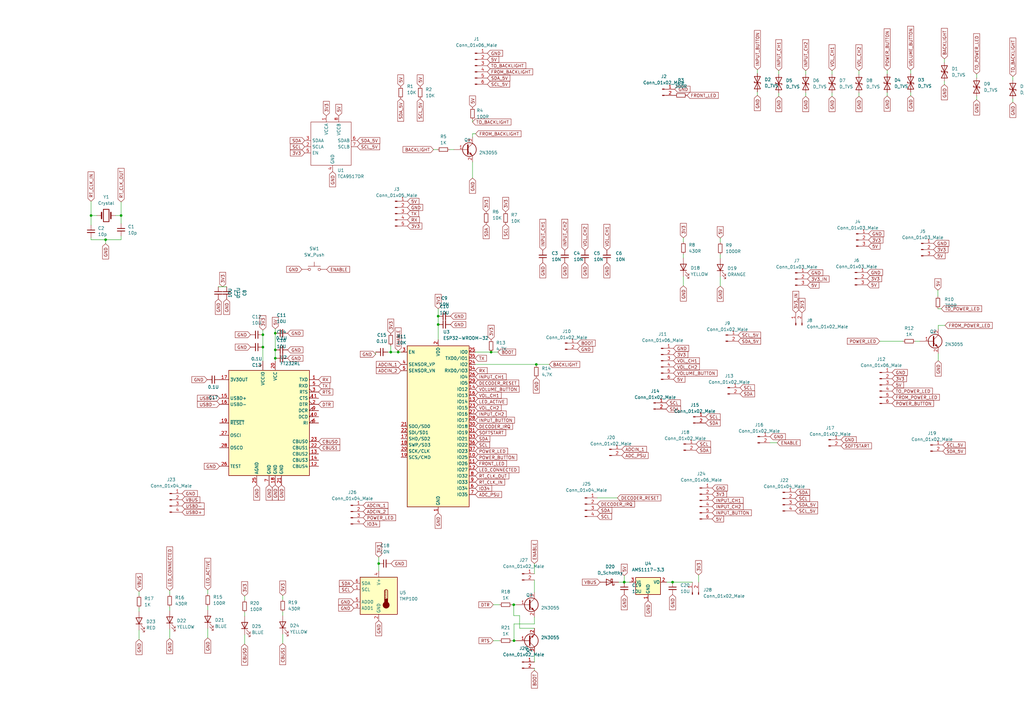
<source format=kicad_sch>
(kicad_sch (version 20211123) (generator eeschema)
  (paper "A3")
  (junction (at 201.422 144.399))
  (junction (at 179.705 129.667))
  (junction (at 210.82 262.763))
  (junction (at 112.903 146.939))
  (junction (at 107.823 137.287))
  (junction (at 160.274 144.399))
  (junction (at 155.321 231.14))
  (junction (at 163.322 144.399))
  (junction (at 219.964 149.479))
  (junction (at 179.705 133.096))
  (junction (at 43.307 98.298))
  (junction (at 49.657 88.392))
  (junction (at 107.823 142.367))
  (junction (at 112.903 143.51))
  (junction (at 112.903 136.652))
  (junction (at 210.693 248.031))
  (junction (at 275.844 238.76))
  (junction (at 256.032 238.76))
  (junction (at 37.338 88.392))
  (wire (pts (xy 256.032 236.093) (xy 256.032 238.76)))
  (wire (pts (xy 115.951 263.906) (xy 115.951 260.096)))
  (wire (pts (xy 428.244 41.783) (xy 428.244 40.386)))
  (wire (pts (xy 441.325 65.786) (xy 441.325 67.31)))
  (wire (pts (xy 213.106 257.683) (xy 213.106 252.476)))
  (wire (pts (xy 160.274 144.399) (xy 163.322 144.399)))
  (wire (pts (xy 352.298 28.956) (xy 352.298 30.48)))
  (wire (pts (xy 275.844 238.76) (xy 283.972 238.76)))
  (wire (pts (xy 179.705 126.619) (xy 179.705 129.667)))
  (wire (pts (xy 341.249 39.497) (xy 341.249 38.1)))
  (wire (pts (xy 155.321 228.473) (xy 155.321 231.14)))
  (wire (pts (xy 400.558 30.353) (xy 400.558 31.877)))
  (wire (pts (xy 37.338 97.409) (xy 37.338 98.298)))
  (wire (pts (xy 49.657 96.774) (xy 49.657 98.298)))
  (wire (pts (xy 450.85 31.75) (xy 450.85 33.274)))
  (wire (pts (xy 100.33 246.126) (xy 100.33 244.475)))
  (wire (pts (xy 112.903 136.652) (xy 112.903 143.51)))
  (wire (pts (xy 193.802 50.038) (xy 193.802 49.149)))
  (wire (pts (xy 387.35 34.671) (xy 387.35 33.274)))
  (wire (pts (xy 384.81 145.034) (xy 384.81 147.955)))
  (wire (pts (xy 37.338 88.392) (xy 39.751 88.392)))
  (wire (pts (xy 384.683 118.999) (xy 384.683 121.539)))
  (wire (pts (xy 92.964 117.602) (xy 89.535 117.602)))
  (wire (pts (xy 219.202 231.14) (xy 219.202 235.331)))
  (wire (pts (xy 107.823 137.287) (xy 107.823 142.367)))
  (wire (pts (xy 219.964 149.86) (xy 219.964 149.479)))
  (wire (pts (xy 115.951 252.476) (xy 115.951 250.952)))
  (wire (pts (xy 225.298 149.479) (xy 219.964 149.479)))
  (wire (pts (xy 193.802 66.421) (xy 193.802 73.025)))
  (wire (pts (xy 85.217 261.62) (xy 85.217 257.81)))
  (wire (pts (xy 387.35 24.13) (xy 387.35 25.654)))
  (wire (pts (xy 100.33 264.16) (xy 100.33 260.35)))
  (wire (pts (xy 280.289 99.187) (xy 280.289 97.536)))
  (wire (pts (xy 100.33 252.73) (xy 100.33 251.206)))
  (wire (pts (xy 219.202 255.905) (xy 210.82 255.905)))
  (wire (pts (xy 219.202 237.871) (xy 219.202 242.951)))
  (wire (pts (xy 43.307 99.949) (xy 43.307 98.298)))
  (wire (pts (xy 155.321 231.14) (xy 155.321 234.188)))
  (wire (pts (xy 69.596 250.444) (xy 69.596 248.92)))
  (wire (pts (xy 384.81 133.477) (xy 384.81 134.874)))
  (wire (pts (xy 209.931 248.031) (xy 210.693 248.031)))
  (wire (pts (xy 258.191 238.76) (xy 256.032 238.76)))
  (wire (pts (xy 43.307 98.298) (xy 37.338 98.298)))
  (wire (pts (xy 49.657 91.694) (xy 49.657 88.392)))
  (wire (pts (xy 107.823 135.382) (xy 107.823 137.287)))
  (wire (pts (xy 193.802 56.261) (xy 193.802 54.864)))
  (wire (pts (xy 210.693 248.031) (xy 211.582 248.031)))
  (wire (pts (xy 85.217 243.586) (xy 85.217 241.935)))
  (wire (pts (xy 373.507 39.243) (xy 373.507 37.846)))
  (wire (pts (xy 159.131 144.399) (xy 160.274 144.399)))
  (wire (pts (xy 37.338 88.392) (xy 37.338 82.55)))
  (wire (pts (xy 465.963 76.581) (xy 465.963 75.184)))
  (wire (pts (xy 415.417 31.369) (xy 415.417 32.893)))
  (wire (pts (xy 115.951 245.872) (xy 115.951 244.221)))
  (wire (pts (xy 286.512 235.839) (xy 286.512 238.76)))
  (wire (pts (xy 352.298 39.497) (xy 352.298 38.1)))
  (wire (pts (xy 112.903 143.51) (xy 112.903 146.939)))
  (wire (pts (xy 219.964 149.479) (xy 194.945 149.479)))
  (wire (pts (xy 179.705 133.096) (xy 179.705 139.319)))
  (wire (pts (xy 373.507 28.702) (xy 373.507 30.226)))
  (wire (pts (xy 330.454 39.497) (xy 330.454 38.1)))
  (wire (pts (xy 69.596 243.84) (xy 69.596 242.189)))
  (wire (pts (xy 275.844 238.76) (xy 273.431 238.76)))
  (wire (pts (xy 219.202 253.111) (xy 219.202 255.905)))
  (wire (pts (xy 160.274 141.859) (xy 160.274 144.399)))
  (wire (pts (xy 85.217 250.19) (xy 85.217 248.666)))
  (wire (pts (xy 219.202 271.526) (xy 219.202 267.843)))
  (wire (pts (xy 49.657 88.392) (xy 49.657 82.804)))
  (wire (pts (xy 193.802 54.864) (xy 195.072 54.864)))
  (wire (pts (xy 319.405 28.956) (xy 319.405 30.48)))
  (wire (pts (xy 57.023 262.255) (xy 57.023 258.445)))
  (wire (pts (xy 210.82 262.763) (xy 211.582 262.763)))
  (wire (pts (xy 202.311 262.763) (xy 204.851 262.763)))
  (wire (pts (xy 428.244 31.242) (xy 428.244 32.766)))
  (wire (pts (xy 315.849 181.61) (xy 318.77 181.61)))
  (wire (pts (xy 154.051 145.288) (xy 154.051 144.399)))
  (wire (pts (xy 112.903 146.939) (xy 112.903 148.082)))
  (wire (pts (xy 330.454 28.956) (xy 330.454 30.48)))
  (wire (pts (xy 295.402 105.918) (xy 295.402 104.394)))
  (wire (pts (xy 256.032 238.76) (xy 253.746 238.76)))
  (wire (pts (xy 210.82 255.905) (xy 210.82 262.763)))
  (wire (pts (xy 363.855 28.829) (xy 363.855 30.353)))
  (wire (pts (xy 439.674 31.496) (xy 439.674 33.02)))
  (wire (pts (xy 465.963 66.04) (xy 465.963 67.564)))
  (wire (pts (xy 280.289 105.791) (xy 280.289 104.267)))
  (wire (pts (xy 295.402 117.348) (xy 295.402 113.538)))
  (wire (pts (xy 201.422 144.399) (xy 194.945 144.399)))
  (wire (pts (xy 177.8 61.341) (xy 179.324 61.341)))
  (wire (pts (xy 384.81 133.477) (xy 387.604 133.477)))
  (wire (pts (xy 441.325 76.327) (xy 441.325 74.93)))
  (wire (pts (xy 375.412 139.954) (xy 377.19 139.954)))
  (wire (pts (xy 280.289 117.221) (xy 280.289 113.411)))
  (wire (pts (xy 213.106 252.476) (xy 210.693 252.476)))
  (wire (pts (xy 57.023 244.221) (xy 57.023 242.57)))
  (wire (pts (xy 310.642 39.116) (xy 310.642 37.719)))
  (wire (pts (xy 202.311 248.031) (xy 204.851 248.031)))
  (wire (pts (xy 450.85 42.291) (xy 450.85 40.894)))
  (wire (pts (xy 107.823 142.367) (xy 107.823 148.082)))
  (wire (pts (xy 69.596 261.874) (xy 69.596 258.064)))
  (wire (pts (xy 386.08 126.619) (xy 384.683 126.619)))
  (wire (pts (xy 452.501 66.04) (xy 452.501 67.564)))
  (wire (pts (xy 179.705 129.667) (xy 179.705 133.096)))
  (wire (pts (xy 400.558 40.894) (xy 400.558 39.497)))
  (wire (pts (xy 310.642 28.575) (xy 310.642 30.099)))
  (wire (pts (xy 415.417 41.91) (xy 415.417 40.513)))
  (wire (pts (xy 112.903 134.874) (xy 112.903 136.652)))
  (wire (pts (xy 219.202 274.955) (xy 219.202 274.066)))
  (wire (pts (xy 319.405 39.497) (xy 319.405 38.1)))
  (wire (pts (xy 477.139 66.294) (xy 477.139 67.818)))
  (wire (pts (xy 244.983 204.216) (xy 253.238 204.216)))
  (wire (pts (xy 295.402 99.314) (xy 295.402 97.663)))
  (wire (pts (xy 204.216 144.399) (xy 201.422 144.399)))
  (wire (pts (xy 210.693 248.031) (xy 210.693 252.476)))
  (wire (pts (xy 477.139 76.835) (xy 477.139 75.438)))
  (wire (pts (xy 184.404 61.341) (xy 186.182 61.341)))
  (wire (pts (xy 163.322 143.891) (xy 163.322 144.399)))
  (wire (pts (xy 49.657 98.298) (xy 43.307 98.298)))
  (wire (pts (xy 341.249 28.956) (xy 341.249 30.48)))
  (wire (pts (xy 363.855 39.37) (xy 363.855 37.973)))
  (wire (pts (xy 439.674 42.037) (xy 439.674 40.64)))
  (wire (pts (xy 57.023 250.825) (xy 57.023 249.301)))
  (wire (pts (xy 47.371 88.392) (xy 49.657 88.392)))
  (wire (pts (xy 452.501 76.581) (xy 452.501 75.184)))
  (wire (pts (xy 163.322 144.399) (xy 164.465 144.399)))
  (wire (pts (xy 219.202 257.683) (xy 213.106 257.683)))
  (wire (pts (xy 360.807 139.954) (xy 370.332 139.954)))
  (wire (pts (xy 209.931 262.763) (xy 210.82 262.763)))
  (wire (pts (xy 37.338 92.329) (xy 37.338 88.392)))
  (global_label "VOL_CH1" (shape input) (at 248.92 102.616 90) (property "Intersheet References" "${INTERSHEET_REFS}" (effects hide)))
  (global_label "INPUT_CH1" (shape input) (at 319.405 28.956 90) (property "Intersheet References" "${INTERSHEET_REFS}" (effects hide)))
  (global_label "GND" (shape input) (at 69.596 261.874 270) (property "Intersheet References" "${INTERSHEET_REFS}" (effects hide)))
  (global_label "TO_BACKLIGHT" (shape input) (at 199.898 26.924 0) (property "Intersheet References" "${INTERSHEET_REFS}" (effects hide)))
  (global_label "GND" (shape input) (at 105.283 198.882 270) (property "Intersheet References" "${INTERSHEET_REFS}" (effects hide)))
  (global_label "3V3" (shape input) (at 133.858 47.498 90) (property "Intersheet References" "${INTERSHEET_REFS}" (effects hide)))
  (global_label "SDA" (shape input) (at 244.983 209.296 0) (property "Intersheet References" "${INTERSHEET_REFS}" (effects hide)))
  (global_label "INPUT_CH1" (shape input) (at 194.945 154.559 0) (property "Intersheet References" "${INTERSHEET_REFS}" (effects hide)))
  (global_label "ADCIN_1" (shape input) (at 255.016 184.277 0) (property "Intersheet References" "${INTERSHEET_REFS}" (effects hide)))
  (global_label "SDA_5V" (shape input) (at 146.558 57.658 0) (property "Intersheet References" "${INTERSHEET_REFS}" (effects hide)))
  (global_label "5V" (shape input) (at 164.338 35.433 90) (property "Intersheet References" "${INTERSHEET_REFS}" (effects hide)))
  (global_label "3V3" (shape input) (at 276.225 145.415 0) (property "Intersheet References" "${INTERSHEET_REFS}" (effects hide)))
  (global_label "USBD+" (shape input) (at 441.325 65.786 90) (property "Intersheet References" "${INTERSHEET_REFS}" (effects hide)))
  (global_label "RX" (shape input) (at 167.132 90.17 0) (property "Intersheet References" "${INTERSHEET_REFS}" (effects hide)))
  (global_label "ADC_PSU" (shape input) (at 194.945 202.819 0) (property "Intersheet References" "${INTERSHEET_REFS}" (effects hide)))
  (global_label "GND" (shape input) (at 236.855 143.256 0) (property "Intersheet References" "${INTERSHEET_REFS}" (effects hide)))
  (global_label "SOFTSTART" (shape input) (at 194.945 177.419 0) (property "Intersheet References" "${INTERSHEET_REFS}" (effects hide)))
  (global_label "USBD+" (shape input) (at 74.676 210.058 0) (property "Intersheet References" "${INTERSHEET_REFS}" (effects hide)))
  (global_label "VOL_CH1" (shape input) (at 194.945 162.179 0) (property "Intersheet References" "${INTERSHEET_REFS}" (effects hide)))
  (global_label "5V" (shape input) (at 172.339 35.433 90) (property "Intersheet References" "${INTERSHEET_REFS}" (effects hide)))
  (global_label "DTR" (shape input) (at 202.311 248.031 180) (property "Intersheet References" "${INTERSHEET_REFS}" (effects hide)))
  (global_label "5V" (shape input) (at 365.887 157.861 0) (property "Intersheet References" "${INTERSHEET_REFS}" (effects hide)))
  (global_label "INPUT_BUTTON" (shape input) (at 310.642 28.575 90) (property "Intersheet References" "${INTERSHEET_REFS}" (effects hide)))
  (global_label "DECODER_IRQ" (shape input) (at 194.945 174.879 0) (property "Intersheet References" "${INTERSHEET_REFS}" (effects hide)))
  (global_label "CBUS1" (shape input) (at 130.683 183.642 0) (property "Intersheet References" "${INTERSHEET_REFS}" (effects hide)))
  (global_label "SDA" (shape input) (at 303.53 161.544 0) (property "Intersheet References" "${INTERSHEET_REFS}" (effects hide)))
  (global_label "3V3" (shape input) (at 365.887 155.321 0) (property "Intersheet References" "${INTERSHEET_REFS}" (effects hide)))
  (global_label "RX" (shape input) (at 130.683 155.702 0) (property "Intersheet References" "${INTERSHEET_REFS}" (effects hide)))
  (global_label "ADCIN_1" (shape input) (at 148.971 207.264 0) (property "Intersheet References" "${INTERSHEET_REFS}" (effects hide)))
  (global_label "3V3" (shape input) (at 107.823 135.382 90) (property "Intersheet References" "${INTERSHEET_REFS}" (effects hide)))
  (global_label "GND" (shape input) (at 373.507 39.243 270) (property "Intersheet References" "${INTERSHEET_REFS}" (effects hide)))
  (global_label "BOOT" (shape input) (at 204.216 144.399 0) (property "Intersheet References" "${INTERSHEET_REFS}" (effects hide)))
  (global_label "RT_CLK_IN" (shape input) (at 194.945 197.739 0) (property "Intersheet References" "${INTERSHEET_REFS}" (effects hide)))
  (global_label "3V3" (shape input) (at 124.968 62.738 180) (property "Intersheet References" "${INTERSHEET_REFS}" (effects hide)))
  (global_label "RX" (shape input) (at 194.945 152.019 0) (property "Intersheet References" "${INTERSHEET_REFS}" (effects hide)))
  (global_label "SCL" (shape input) (at 326.136 204.47 0) (property "Intersheet References" "${INTERSHEET_REFS}" (effects hide)))
  (global_label "5V" (shape input) (at 292.1 212.852 0) (property "Intersheet References" "${INTERSHEET_REFS}" (effects hide)))
  (global_label "GND" (shape input) (at 117.983 136.652 0) (property "Intersheet References" "${INTERSHEET_REFS}" (effects hide)))
  (global_label "GND" (shape input) (at 276.225 142.875 0) (property "Intersheet References" "${INTERSHEET_REFS}" (effects hide)))
  (global_label "SDA" (shape input) (at 199.39 91.948 270) (property "Intersheet References" "${INTERSHEET_REFS}" (effects hide)))
  (global_label "GND" (shape input) (at 57.023 262.255 270) (property "Intersheet References" "${INTERSHEET_REFS}" (effects hide)))
  (global_label "VBUS" (shape input) (at 74.676 204.978 0) (property "Intersheet References" "${INTERSHEET_REFS}" (effects hide)))
  (global_label "3V3" (shape input) (at 91.313 117.602 90) (property "Intersheet References" "${INTERSHEET_REFS}" (effects hide)))
  (global_label "3V3_IN" (shape input) (at 326.39 128.27 90) (property "Intersheet References" "${INTERSHEET_REFS}" (effects hide)))
  (global_label "5V" (shape input) (at 439.674 31.496 90) (property "Intersheet References" "${INTERSHEET_REFS}" (effects hide)))
  (global_label "GND" (shape input) (at 275.844 243.84 270) (property "Intersheet References" "${INTERSHEET_REFS}" (effects hide)))
  (global_label "RTS" (shape input) (at 202.311 262.763 180) (property "Intersheet References" "${INTERSHEET_REFS}" (effects hide)))
  (global_label "BOOT" (shape input) (at 236.855 140.716 0) (property "Intersheet References" "${INTERSHEET_REFS}" (effects hide)))
  (global_label "SDA_5V" (shape input) (at 465.963 66.04 90) (property "Intersheet References" "${INTERSHEET_REFS}" (effects hide)))
  (global_label "GND" (shape input) (at 199.898 21.844 0) (property "Intersheet References" "${INTERSHEET_REFS}" (effects hide)))
  (global_label "VOL_CH1" (shape input) (at 341.249 28.956 90) (property "Intersheet References" "${INTERSHEET_REFS}" (effects hide)))
  (global_label "GND" (shape input) (at 90.043 191.262 180) (property "Intersheet References" "${INTERSHEET_REFS}" (effects hide)))
  (global_label "INPUT_CH2" (shape input) (at 231.648 102.616 90) (property "Intersheet References" "${INTERSHEET_REFS}" (effects hide)))
  (global_label "INPUT_CH1" (shape input) (at 292.1 205.232 0) (property "Intersheet References" "${INTERSHEET_REFS}" (effects hide)))
  (global_label "5V" (shape input) (at 256.032 236.093 90) (property "Intersheet References" "${INTERSHEET_REFS}" (effects hide)))
  (global_label "5V" (shape input) (at 199.898 24.384 0) (property "Intersheet References" "${INTERSHEET_REFS}" (effects hide)))
  (global_label "POWER_LED" (shape input) (at 148.971 212.344 0) (property "Intersheet References" "${INTERSHEET_REFS}" (effects hide)))
  (global_label "INPUT_CH2" (shape input) (at 330.454 28.956 90) (property "Intersheet References" "${INTERSHEET_REFS}" (effects hide)))
  (global_label "3V3" (shape input) (at 356.235 98.425 0) (property "Intersheet References" "${INTERSHEET_REFS}" (effects hide)))
  (global_label "GND" (shape input) (at 222.631 107.696 270) (property "Intersheet References" "${INTERSHEET_REFS}" (effects hide)))
  (global_label "GND" (shape input) (at 89.535 122.682 270) (property "Intersheet References" "${INTERSHEET_REFS}" (effects hide)))
  (global_label "RT_CLK_OUT" (shape input) (at 194.945 195.199 0) (property "Intersheet References" "${INTERSHEET_REFS}" (effects hide)))
  (global_label "ENABLE" (shape input) (at 219.202 231.14 90) (property "Intersheet References" "${INTERSHEET_REFS}" (effects hide)))
  (global_label "LED_CONNECTED" (shape input) (at 69.596 242.189 90) (property "Intersheet References" "${INTERSHEET_REFS}" (effects hide)))
  (global_label "TO_BACKLIGHT" (shape input) (at 193.802 50.038 0) (property "Intersheet References" "${INTERSHEET_REFS}" (effects hide)))
  (global_label "SCL" (shape input) (at 289.433 170.942 0) (property "Intersheet References" "${INTERSHEET_REFS}" (effects hide)))
  (global_label "5V" (shape input) (at 331.216 116.967 0) (property "Intersheet References" "${INTERSHEET_REFS}" (effects hide)))
  (global_label "5V" (shape input) (at 112.903 134.874 90) (property "Intersheet References" "${INTERSHEET_REFS}" (effects hide)))
  (global_label "RTS" (shape input) (at 130.683 160.782 0) (property "Intersheet References" "${INTERSHEET_REFS}" (effects hide)))
  (global_label "5V" (shape input) (at 167.132 82.55 0) (property "Intersheet References" "${INTERSHEET_REFS}" (effects hide)))
  (global_label "3V3" (shape input) (at 179.705 126.619 90) (property "Intersheet References" "${INTERSHEET_REFS}" (effects hide)))
  (global_label "DECODER_IRQ" (shape input) (at 244.983 206.756 0) (property "Intersheet References" "${INTERSHEET_REFS}" (effects hide)))
  (global_label "3V3" (shape input) (at 115.951 244.221 90) (property "Intersheet References" "${INTERSHEET_REFS}" (effects hide)))
  (global_label "GND" (shape input) (at 365.887 152.781 0) (property "Intersheet References" "${INTERSHEET_REFS}" (effects hide)))
  (global_label "GND" (shape input) (at 154.051 145.288 180) (property "Intersheet References" "${INTERSHEET_REFS}" (effects hide)))
  (global_label "GND" (shape input) (at 319.405 39.497 270) (property "Intersheet References" "${INTERSHEET_REFS}" (effects hide)))
  (global_label "3V3" (shape input) (at 286.512 235.839 90) (property "Intersheet References" "${INTERSHEET_REFS}" (effects hide)))
  (global_label "TX" (shape input) (at 130.683 158.242 0) (property "Intersheet References" "${INTERSHEET_REFS}" (effects hide)))
  (global_label "SDA_5V" (shape input) (at 302.768 139.954 0) (property "Intersheet References" "${INTERSHEET_REFS}" (effects hide)))
  (global_label "DECODER_RESET" (shape input) (at 194.945 157.099 0) (property "Intersheet References" "${INTERSHEET_REFS}" (effects hide)))
  (global_label "GND" (shape input) (at 167.132 85.09 0) (property "Intersheet References" "${INTERSHEET_REFS}" (effects hide)))
  (global_label "SDA_5V" (shape input) (at 164.338 40.513 270) (property "Intersheet References" "${INTERSHEET_REFS}" (effects hide)))
  (global_label "CBUS1" (shape input) (at 115.951 263.906 270) (property "Intersheet References" "${INTERSHEET_REFS}" (effects hide)))
  (global_label "GND" (shape input) (at 184.785 133.096 0) (property "Intersheet References" "${INTERSHEET_REFS}" (effects hide)))
  (global_label "GND" (shape input) (at 74.676 202.438 0) (property "Intersheet References" "${INTERSHEET_REFS}" (effects hide)))
  (global_label "RT_CLK_IN" (shape input) (at 37.338 82.55 90) (property "Intersheet References" "${INTERSHEET_REFS}" (effects hide)))
  (global_label "FROM_POWER_LED" (shape input) (at 365.887 162.941 0) (property "Intersheet References" "${INTERSHEET_REFS}" (effects hide)))
  (global_label "TX" (shape input) (at 167.132 87.63 0) (property "Intersheet References" "${INTERSHEET_REFS}" (effects hide)))
  (global_label "ADCIN_2" (shape input) (at 148.971 209.804 0) (property "Intersheet References" "${INTERSHEET_REFS}" (effects hide)))
  (global_label "SCL" (shape input) (at 303.53 159.004 0) (property "Intersheet References" "${INTERSHEET_REFS}" (effects hide)))
  (global_label "TO_POWER_LED" (shape input) (at 400.558 30.353 90) (property "Intersheet References" "${INTERSHEET_REFS}" (effects hide)))
  (global_label "SCL" (shape input) (at 124.968 60.198 180) (property "Intersheet References" "${INTERSHEET_REFS}" (effects hide)))
  (global_label "IO34" (shape input) (at 148.971 214.884 0) (property "Intersheet References" "${INTERSHEET_REFS}" (effects hide)))
  (global_label "GND" (shape input) (at 110.363 198.882 270) (property "Intersheet References" "${INTERSHEET_REFS}" (effects hide)))
  (global_label "FRONT_LED" (shape input) (at 194.945 190.119 0) (property "Intersheet References" "${INTERSHEET_REFS}" (effects hide)))
  (global_label "3V3" (shape input) (at 450.85 31.75 90) (property "Intersheet References" "${INTERSHEET_REFS}" (effects hide)))
  (global_label "FRONT_LED" (shape input) (at 281.813 39.116 0) (property "Intersheet References" "${INTERSHEET_REFS}" (effects hide)))
  (global_label "VOLUME_BUTTON" (shape input) (at 276.225 153.035 0) (property "Intersheet References" "${INTERSHEET_REFS}" (effects hide)))
  (global_label "TO_POWER_LED" (shape input) (at 365.887 160.401 0) (property "Intersheet References" "${INTERSHEET_REFS}" (effects hide)))
  (global_label "SCL_5V" (shape input) (at 146.558 60.198 0) (property "Intersheet References" "${INTERSHEET_REFS}" (effects hide)))
  (global_label "ADCIN_1" (shape input) (at 164.465 149.479 180) (property "Intersheet References" "${INTERSHEET_REFS}" (effects hide)))
  (global_label "GND" (shape input) (at 43.307 99.949 270) (property "Intersheet References" "${INTERSHEET_REFS}" (effects hide)))
  (global_label "GND" (shape input) (at 184.785 129.667 0) (property "Intersheet References" "${INTERSHEET_REFS}" (effects hide)))
  (global_label "VOL_CH2" (shape input) (at 276.225 150.495 0) (property "Intersheet References" "${INTERSHEET_REFS}" (effects hide)))
  (global_label "POWER_BUTTON" (shape input) (at 365.887 165.481 0) (property "Intersheet References" "${INTERSHEET_REFS}" (effects hide)))
  (global_label "GND" (shape input) (at 292.1 200.152 0) (property "Intersheet References" "${INTERSHEET_REFS}" (effects hide)))
  (global_label "INPUT_CH2" (shape input) (at 292.1 207.772 0) (property "Intersheet References" "${INTERSHEET_REFS}" (effects hide)))
  (global_label "GND" (shape input) (at 112.903 198.882 270) (property "Intersheet References" "${INTERSHEET_REFS}" (effects hide)))
  (global_label "GND" (shape input) (at 344.932 180.34 0) (property "Intersheet References" "${INTERSHEET_REFS}" (effects hide)))
  (global_label "GND" (shape input) (at 382.905 99.822 0) (property "Intersheet References" "${INTERSHEET_REFS}" (effects hide)))
  (global_label "5V" (shape input) (at 355.727 116.84 0) (property "Intersheet References" "${INTERSHEET_REFS}" (effects hide)))
  (global_label "GND" (shape input) (at 363.855 39.37 270) (property "Intersheet References" "${INTERSHEET_REFS}" (effects hide)))
  (global_label "SDA" (shape input) (at 194.945 179.959 0) (property "Intersheet References" "${INTERSHEET_REFS}" (effects hide)))
  (global_label "GND" (shape input) (at 280.289 117.221 270) (property "Intersheet References" "${INTERSHEET_REFS}" (effects hide)))
  (global_label "SCL" (shape input) (at 285.496 182.118 0) (property "Intersheet References" "${INTERSHEET_REFS}" (effects hide)))
  (global_label "SDA" (shape input) (at 285.496 184.658 0) (property "Intersheet References" "${INTERSHEET_REFS}" (effects hide)))
  (global_label "SCL" (shape input) (at 244.983 211.836 0) (property "Intersheet References" "${INTERSHEET_REFS}" (effects hide)))
  (global_label "SCL_5V" (shape input) (at 326.136 209.55 0) (property "Intersheet References" "${INTERSHEET_REFS}" (effects hide)))
  (global_label "VBUS" (shape input) (at 57.023 242.57 90) (property "Intersheet References" "${INTERSHEET_REFS}" (effects hide)))
  (global_label "GND" (shape input) (at 256.032 243.84 270) (property "Intersheet References" "${INTERSHEET_REFS}" (effects hide)))
  (global_label "SOFTSTART" (shape input) (at 344.932 182.88 0) (property "Intersheet References" "${INTERSHEET_REFS}" (effects hide)))
  (global_label "SDA" (shape input) (at 124.968 57.658 180) (property "Intersheet References" "${INTERSHEET_REFS}" (effects hide)))
  (global_label "FROM_POWER_LED" (shape input) (at 387.604 133.477 0) (property "Intersheet References" "${INTERSHEET_REFS}" (effects hide)))
  (global_label "5V" (shape input) (at 193.802 44.069 90) (property "Intersheet References" "${INTERSHEET_REFS}" (effects hide)))
  (global_label "GND" (shape input) (at 145.161 246.888 180) (property "Intersheet References" "${INTERSHEET_REFS}" (effects hide)))
  (global_label "GND" (shape input) (at 415.417 41.91 270) (property "Intersheet References" "${INTERSHEET_REFS}" (effects hide)))
  (global_label "BACKLIGHT" (shape input) (at 225.298 149.479 0) (property "Intersheet References" "${INTERSHEET_REFS}" (effects hide)))
  (global_label "GND" (shape input) (at 450.85 42.291 270) (property "Intersheet References" "${INTERSHEET_REFS}" (effects hide)))
  (global_label "POWER_BUTTON" (shape input) (at 363.855 28.829 90) (property "Intersheet References" "${INTERSHEET_REFS}" (effects hide)))
  (global_label "GND" (shape input) (at 145.161 249.428 180) (property "Intersheet References" "${INTERSHEET_REFS}" (effects hide)))
  (global_label "VBUS" (shape input) (at 246.126 238.76 180) (property "Intersheet References" "${INTERSHEET_REFS}" (effects hide)))
  (global_label "RT_CLK_OUT" (shape input) (at 49.657 82.804 90) (property "Intersheet References" "${INTERSHEET_REFS}" (effects hide)))
  (global_label "3V3" (shape input) (at 382.905 102.362 0) (property "Intersheet References" "${INTERSHEET_REFS}" (effects hide)))
  (global_label "GND" (shape input) (at 387.35 34.671 270) (property "Intersheet References" "${INTERSHEET_REFS}" (effects hide)))
  (global_label "GND" (shape input) (at 331.216 111.887 0) (property "Intersheet References" "${INTERSHEET_REFS}" (effects hide)))
  (global_label "TO_BACKLIGHT" (shape input) (at 415.417 31.369 90) (property "Intersheet References" "${INTERSHEET_REFS}" (effects hide)))
  (global_label "SCL_5V" (shape input) (at 172.339 40.513 270) (property "Intersheet References" "${INTERSHEET_REFS}" (effects hide)))
  (global_label "VOL_CH2" (shape input) (at 239.903 102.616 90) (property "Intersheet References" "${INTERSHEET_REFS}" (effects hide)))
  (global_label "SCL" (shape input) (at 207.391 91.948 270) (property "Intersheet References" "${INTERSHEET_REFS}" (effects hide)))
  (global_label "TO_POWER_LED" (shape input) (at 386.08 126.619 0) (property "Intersheet References" "${INTERSHEET_REFS}" (effects hide)))
  (global_label "GND" (shape input) (at 452.501 76.581 270) (property "Intersheet References" "${INTERSHEET_REFS}" (effects hide)))
  (global_label "GND" (shape input) (at 117.983 143.51 0) (property "Intersheet References" "${INTERSHEET_REFS}" (effects hide)))
  (global_label "GND" (shape input) (at 330.454 39.497 270) (property "Intersheet References" "${INTERSHEET_REFS}" (effects hide)))
  (global_label "LED_CONNECTED" (shape input) (at 194.945 192.659 0) (property "Intersheet References" "${INTERSHEET_REFS}" (effects hide)))
  (global_label "GND" (shape input) (at 465.963 76.581 270) (property "Intersheet References" "${INTERSHEET_REFS}" (effects hide)))
  (global_label "GND" (shape input) (at 92.964 122.682 270) (property "Intersheet References" "${INTERSHEET_REFS}" (effects hide)))
  (global_label "FRONT_LED" (shape input) (at 428.244 31.242 90) (property "Intersheet References" "${INTERSHEET_REFS}" (effects hide)))
  (global_label "5V" (shape input) (at 382.905 104.902 0) (property "Intersheet References" "${INTERSHEET_REFS}" (effects hide)))
  (global_label "3V3" (shape input) (at 201.422 139.319 90) (property "Intersheet References" "${INTERSHEET_REFS}" (effects hide)))
  (global_label "GND" (shape input) (at 219.964 154.94 270) (property "Intersheet References" "${INTERSHEET_REFS}" (effects hide)))
  (global_label "GND" (shape input) (at 102.743 137.287 180) (property "Intersheet References" "${INTERSHEET_REFS}" (effects hide)))
  (global_label "SDA" (shape input) (at 326.136 201.93 0) (property "Intersheet References" "${INTERSHEET_REFS}" (effects hide)))
  (global_label "3V3" (shape input) (at 100.33 244.475 90) (property "Intersheet References" "${INTERSHEET_REFS}" (effects hide)))
  (global_label "INPUT_BUTTON" (shape input) (at 292.1 210.312 0) (property "Intersheet References" "${INTERSHEET_REFS}" (effects hide)))
  (global_label "LED_ACTIVE" (shape input) (at 85.217 241.935 90) (property "Intersheet References" "${INTERSHEET_REFS}" (effects hide)))
  (global_label "3V3" (shape input) (at 167.132 92.71 0) (property "Intersheet References" "${INTERSHEET_REFS}" (effects hide)))
  (global_label "LED_ACTIVE" (shape input) (at 194.945 164.719 0) (property "Intersheet References" "${INTERSHEET_REFS}" (effects hide)))
  (global_label "DECODER_RESET" (shape input) (at 253.238 204.216 0) (property "Intersheet References" "${INTERSHEET_REFS}" (effects hide)))
  (global_label "GND" (shape input) (at 400.558 40.894 270) (property "Intersheet References" "${INTERSHEET_REFS}" (effects hide)))
  (global_label "3V3" (shape input) (at 207.391 86.868 90) (property "Intersheet References" "${INTERSHEET_REFS}" (effects hide)))
  (global_label "GND" (shape input) (at 85.217 261.62 270) (property "Intersheet References" "${INTERSHEET_REFS}" (effects hide)))
  (global_label "GND" (shape input) (at 117.983 146.939 0) (property "Intersheet References" "${INTERSHEET_REFS}" (effects hide)))
  (global_label "3V3_IN" (shape input) (at 331.216 114.427 0) (property "Intersheet References" "${INTERSHEET_REFS}" (effects hide)))
  (global_label "BACKLIGHT" (shape input) (at 177.8 61.341 180) (property "Intersheet References" "${INTERSHEET_REFS}" (effects hide)))
  (global_label "BOOT" (shape input) (at 219.202 274.955 270) (property "Intersheet References" "${INTERSHEET_REFS}" (effects hide)))
  (global_label "TX" (shape input) (at 194.945 146.939 0) (property "Intersheet References" "${INTERSHEET_REFS}" (effects hide)))
  (global_label "SCL" (shape input) (at 273.177 165.227 0) (property "Intersheet References" "${INTERSHEET_REFS}" (effects hide)))
  (global_label "GND" (shape input) (at 160.401 231.14 0) (property "Intersheet References" "${INTERSHEET_REFS}" (effects hide)))
  (global_label "VOL_CH2" (shape input) (at 352.298 28.956 90) (property "Intersheet References" "${INTERSHEET_REFS}" (effects hide)))
  (global_label "GND" (shape input) (at 248.92 107.696 270) (property "Intersheet References" "${INTERSHEET_REFS}" (effects hide)))
  (global_label "GND" (shape input) (at 341.249 39.497 270) (property "Intersheet References" "${INTERSHEET_REFS}" (effects hide)))
  (global_label "GND" (shape input) (at 84.963 155.702 180) (property "Intersheet References" "${INTERSHEET_REFS}" (effects hide)))
  (global_label "ENABLE" (shape input) (at 163.322 143.891 90) (property "Intersheet References" "${INTERSHEET_REFS}" (effects hide)))
  (global_label "3V3" (shape input) (at 155.321 228.473 90) (property "Intersheet References" "${INTERSHEET_REFS}" (effects hide)))
  (global_label "SDA" (shape input) (at 289.433 173.482 0) (property "Intersheet References" "${INTERSHEET_REFS}" (effects hide)))
  (global_label "GND" (shape input) (at 155.321 254.508 270) (property "Intersheet References" "${INTERSHEET_REFS}" (effects hide)))
  (global_label "SCL_5V" (shape input) (at 199.898 34.544 0) (property "Intersheet References" "${INTERSHEET_REFS}" (effects hide)))
  (global_label "GND" (shape input) (at 355.727 111.76 0) (property "Intersheet References" "${INTERSHEET_REFS}" (effects hide)))
  (global_label "CBUS0" (shape input) (at 130.683 181.102 0) (property "Intersheet References" "${INTERSHEET_REFS}" (effects hide)))
  (global_label "FROM_BACKLIGHT" (shape input) (at 195.072 54.864 0) (property "Intersheet References" "${INTERSHEET_REFS}" (effects hide)))
  (global_label "GND" (shape input) (at 439.674 42.037 270) (property "Intersheet References" "${INTERSHEET_REFS}" (effects hide)))
  (global_label "GND" (shape input) (at 136.398 70.358 270) (property "Intersheet References" "${INTERSHEET_REFS}" (effects hide)))
  (global_label "GND" (shape input) (at 315.849 179.07 0) (property "Intersheet References" "${INTERSHEET_REFS}" (effects hide)))
  (global_label "SCL_5V" (shape input) (at 302.768 137.414 0) (property "Intersheet References" "${INTERSHEET_REFS}" (effects hide)))
  (global_label "POWER_LED" (shape input) (at 194.945 185.039 0) (property "Intersheet References" "${INTERSHEET_REFS}" (effects hide)))
  (global_label "GND" (shape input) (at 477.139 76.835 270) (property "Intersheet References" "${INTERSHEET_REFS}" (effects hide)))
  (global_label "SCL_5V" (shape input) (at 477.139 66.294 90) (property "Intersheet References" "${INTERSHEET_REFS}" (effects hide)))
  (global_label "DTR" (shape input) (at 130.683 165.862 0) (property "Intersheet References" "${INTERSHEET_REFS}" (effects hide)))
  (global_label "SDA_5V" (shape input) (at 199.898 32.004 0) (property "Intersheet References" "${INTERSHEET_REFS}" (effects hide)))
  (global_label "SDA" (shape input) (at 145.161 239.268 180) (property "Intersheet References" "${INTERSHEET_REFS}" (effects hide)))
  (global_label "GND" (shape input) (at 193.802 73.025 270) (property "Intersheet References" "${INTERSHEET_REFS}" (effects hide)))
  (global_label "POWER_BUTTON" (shape input) (at 194.945 187.579 0) (property "Intersheet References" "${INTERSHEET_REFS}" (effects hide)))
  (global_label "VOLUME_BUTTON" (shape input) (at 194.945 159.639 0) (property "Intersheet References" "${INTERSHEET_REFS}" (effects hide)))
  (global_label "SDA_5V" (shape input) (at 386.715 185.039 0) (property "Intersheet References" "${INTERSHEET_REFS}" (effects hide)))
  (global_label "GND" (shape input) (at 276.733 36.576 0) (property "Intersheet References" "${INTERSHEET_REFS}" (effects hide)))
  (global_label "CBUS0" (shape input) (at 100.33 264.16 270) (property "Intersheet References" "${INTERSHEET_REFS}" (effects hide)))
  (global_label "ENABLE" (shape input) (at 318.77 181.61 0) (property "Intersheet References" "${INTERSHEET_REFS}" (effects hide)))
  (global_label "SCL" (shape input) (at 194.945 182.499 0) (property "Intersheet References" "${INTERSHEET_REFS}" (effects hide)))
  (global_label "GND" (shape input) (at 115.443 198.882 270) (property "Intersheet References" "${INTERSHEET_REFS}" (effects hide)))
  (global_label "BACKLIGHT" (shape input) (at 387.35 24.13 90) (property "Intersheet References" "${INTERSHEET_REFS}" (effects hide)))
  (global_label "INPUT_CH2" (shape input) (at 194.945 169.799 0) (property "Intersheet References" "${INTERSHEET_REFS}" (effects hide)))
  (global_label "GND" (shape input) (at 441.325 76.327 270) (property "Intersheet References" "${INTERSHEET_REFS}" (effects hide)))
  (global_label "GND" (shape input) (at 310.642 39.116 270) (property "Intersheet References" "${INTERSHEET_REFS}" (effects hide)))
  (global_label "3V3" (shape input) (at 199.39 86.868 90) (property "Intersheet References" "${INTERSHEET_REFS}" (effects hide)))
  (global_label "GND" (shape input) (at 428.244 41.783 270) (property "Intersheet References" "${INTERSHEET_REFS}" (effects hide)))
  (global_label "ADCIN_2" (shape input) (at 164.465 152.019 180) (property "Intersheet References" "${INTERSHEET_REFS}" (effects hide)))
  (global_label "SDA_5V" (shape input) (at 326.136 207.01 0) (property "Intersheet References" "${INTERSHEET_REFS}" (effects hide)))
  (global_label "3V3" (shape input) (at 160.274 136.779 90) (property "Intersheet References" "${INTERSHEET_REFS}" (effects hide)))
  (global_label "ADC_PSU" (shape input) (at 255.016 186.817 0) (property "Intersheet References" "${INTERSHEET_REFS}" (effects hide)))
  (global_label "POWER_LED" (shape input) (at 360.807 139.954 180) (property "Intersheet References" "${INTERSHEET_REFS}" (effects hide)))
  (global_label "GND" (shape input) (at 352.298 39.497 270) (property "Intersheet References" "${INTERSHEET_REFS}" (effects hide)))
  (global_label "USBD-" (shape input) (at 452.501 66.04 90) (property "Intersheet References" "${INTERSHEET_REFS}" (effects hide)))
  (global_label "3V3" (shape input) (at 328.93 128.27 90) (property "Intersheet References" "${INTERSHEET_REFS}" (effects hide)))
  (global_label "VOLUME_BUTTON" (shape input) (at 373.507 28.702 90) (property "Intersheet References" "${INTERSHEET_REFS}" (effects hide)))
  (global_label "GND" (shape input) (at 295.402 117.348 270) (property "Intersheet References" "${INTERSHEET_REFS}" (effects hide)))
  (global_label "3V3" (shape input) (at 292.1 202.692 0) (property "Intersheet References" "${INTERSHEET_REFS}" (effects hide)))
  (global_label "3V3" (shape input) (at 280.289 97.536 90) (property "Intersheet References" "${INTERSHEET_REFS}" (effects hide)))
  (global_label "GND" (shape input) (at 102.743 142.367 180) (property "Intersheet References" "${INTERSHEET_REFS}" (effects hide)))
  (global_label "VOL_CH1" (shape input) (at 276.225 147.955 0) (property "Intersheet References" "${INTERSHEET_REFS}" (effects hide)))
  (global_label "ENABLE" (shape input) (at 133.985 110.49 0) (property "Intersheet References" "${INTERSHEET_REFS}" (effects hide)))
  (global_label "SCL_5V" (shape input) (at 386.715 182.499 0) (property "Intersheet References" "${INTERSHEET_REFS}" (effects hide)))
  (global_label "5V" (shape input) (at 138.938 47.498 90) (property "Intersheet References" "${INTERSHEET_REFS}" (effects hide)))
  (global_label "5V" (shape input) (at 384.683 118.999 90) (property "Intersheet References" "${INTERSHEET_REFS}" (effects hide)))
  (global_label "USBD-" (shape input) (at 90.043 165.862 180) (property "Intersheet References" "${INTERSHEET_REFS}" (effects hide)))
  (global_label "GND" (shape input) (at 239.903 107.696 270) (property "Intersheet References" "${INTERSHEET_REFS}" (effects hide)))
  (global_label "GND" (shape input) (at 384.81 147.955 270) (property "Intersheet References" "${INTERSHEET_REFS}" (effects hide)))
  (global_label "SDA" (shape input) (at 273.177 167.767 0) (property "Intersheet References" "${INTERSHEET_REFS}" (effects hide)))
  (global_label "5V" (shape input) (at 295.402 97.663 90) (property "Intersheet References" "${INTERSHEET_REFS}" (effects hide)))
  (global_label "GND" (shape input) (at 123.825 110.49 180) (property "Intersheet References" "${INTERSHEET_REFS}" (effects hide)))
  (global_label "GND" (shape input) (at 179.705 210.439 270) (property "Intersheet References" "${INTERSHEET_REFS}" (effects hide)))
  (global_label "GND" (shape input) (at 356.235 95.885 0) (property "Intersheet References" "${INTERSHEET_REFS}" (effects hide)))
  (global_label "5V" (shape input) (at 276.225 155.575 0) (property "Intersheet References" "${INTERSHEET_REFS}" (effects hide)))
  (global_label "SCL" (shape input) (at 145.161 241.808 180) (property "Intersheet References" "${INTERSHEET_REFS}" (effects hide)))
  (global_label "USBD-" (shape input) (at 74.676 207.518 0) (property "Intersheet References" "${INTERSHEET_REFS}" (effects hide)))
  (global_label "GND" (shape input) (at 265.811 246.38 270) (property "Intersheet References" "${INTERSHEET_REFS}" (effects hide)))
  (global_label "FROM_BACKLIGHT" (shape input) (at 199.898 29.464 0) (property "Intersheet References" "${INTERSHEET_REFS}" (effects hide)))
  (global_label "5V" (shape input) (at 356.235 100.965 0) (property "Intersheet References" "${INTERSHEET_REFS}" (effects hide)))
  (global_label "3V3" (shape input) (at 355.727 114.3 0) (property "Intersheet References" "${INTERSHEET_REFS}" (effects hide)))
  (global_label "GND" (shape input) (at 231.648 107.696 270) (property "Intersheet References" "${INTERSHEET_REFS}" (effects hide)))
  (global_label "USBD+" (shape input) (at 90.043 163.322 180) (property "Intersheet References" "${INTERSHEET_REFS}" (effects hide)))
  (global_label "INPUT_BUTTON" (shape input) (at 194.945 172.339 0) (property "Intersheet References" "${INTERSHEET_REFS}" (effects hide)))
  (global_label "INPUT_CH1" (shape input) (at 222.631 102.616 90) (property "Intersheet References" "${INTERSHEET_REFS}" (effects hide)))
  (global_label "IO34" (shape input) (at 194.945 200.279 0) (property "Intersheet References" "${INTERSHEET_REFS}" (effects hide)))
  (global_label "VOL_CH2" (shape input) (at 194.945 167.259 0) (property "Intersheet References" "${INTERSHEET_REFS}" (effects hide)))
  (symbol (lib_id "Device:C_Small") (at 37.338 94.869 0) (unit 1)
    (property "Reference" "C2" (at 40.132 93.6052 0) (effects (justify left)))
    (property "Value" "10p" (at 40.132 96.1452 0) (effects (justify left)))
    (property "Footprint" "Capacitor_SMD:C_0603_1608Metric_Pad1.08x0.95mm_HandSolder" (effects hide))
  )
  (symbol (lib_id "Connector:Conn_01x02_Male") (at 339.852 180.34 0) (unit 1)
    (property "Reference" "J17" (at 340.487 175.514 0))
    (property "Value" "Conn_01x02_Male" (at 340.487 178.054 0))
    (property "Footprint" "Connector_JST:JST_PH_B2B-PH-K_1x02_P2.00mm_Vertical" (effects hide))
  )
  (symbol (lib_id "Device:LED") (at 115.951 256.286 90) (unit 1)
    (property "Reference" "D24" (at 118.872 256.6034 90) (effects (justify right)))
    (property "Value" "YELLOW" (at 118.872 259.1434 90) (effects (justify right)))
    (property "Footprint" "LED_SMD:LED_0805_2012Metric_Pad1.15x1.40mm_HandSolder" (effects hide))
    (property "LCSC" "XL-1608UBC-04" (effects hide))
  )
  (symbol (lib_id "Connector:Conn_01x04_Male") (at 143.891 209.804 0) (unit 1)
    (property "Reference" "J26" (at 144.526 201.93 0))
    (property "Value" "Conn_01x04_Male" (at 144.526 204.47 0))
    (property "Footprint" "Connector_PinHeader_2.54mm:PinHeader_1x04_P2.54mm_Vertical" (effects hide))
  )
  (symbol (lib_id "Connector:Conn_01x02_Male") (at 214.122 235.331 0) (unit 1)
    (property "Reference" "J27" (at 214.757 229.743 0))
    (property "Value" "Conn_01x02_Male" (at 214.757 232.283 0))
    (property "Footprint" "Connector_PinHeader_2.54mm:PinHeader_1x02_P2.54mm_Vertical" (effects hide))
  )
  (symbol (lib_id "Connector:Conn_01x02_Male") (at 283.972 243.84 90) (unit 1)
    (property "Reference" "J28" (at 288.417 241.9349 90) (effects (justify right)))
    (property "Value" "Conn_01x02_Male" (at 288.417 244.4749 90) (effects (justify right)))
    (property "Footprint" "Connector_PinHeader_2.54mm:PinHeader_1x02_P2.54mm_Vertical" (effects hide))
  )
  (symbol (lib_id "Mechanical:MountingHole") (at 463.931 33.909 0) (unit 1)
    (property "Reference" "H3" (at 466.471 32.6389 0) (effects (justify left)))
    (property "Value" "MountingHole" (at 466.471 35.1789 0) (effects (justify left)))
    (property "Footprint" "MountingHole:MountingHole_3.2mm_M3" (effects hide))
  )
  (symbol (lib_id "Transistor_BJT:2N3055") (at 216.662 248.031 0) (unit 1)
    (property "Reference" "Q3" (at 215.773 244.094 0) (effects (justify left)))
    (property "Value" "2N3055" (at 221.869 249.3009 0) (effects (justify left)))
    (property "Footprint" "Package_TO_SOT_SMD:TSOT-23" (effects hide))
    (property "Datasheet" "http://www.onsemi.com/pub_link/Collateral/2N3055-D.PDF" (effects hide))
  )
  (symbol (lib_id "RF_Module:ESP32-WROOM-32") (at 179.705 174.879 0) (unit 1)
    (property "Reference" "U3" (at 181.7244 136.144 0) (effects (justify left)))
    (property "Value" "ESP32-WROOM-32" (at 181.7244 138.684 0) (effects (justify left)))
    (property "Footprint" "Espressif:ESP32-WROOM-32UE" (effects hide))
    (property "Datasheet" "https://www.espressif.com/sites/default/files/documentation/esp32-wroom-32_datasheet_en.pdf" (effects hide))
  )
  (symbol (lib_id "Device:D_TVS") (at 373.507 34.036 90) (unit 1)
    (property "Reference" "D3" (at 376.428 32.7659 90) (effects (justify right)))
    (property "Value" "D_TVS" (at 376.428 35.3059 90) (effects (justify right)))
    (property "Footprint" "Diode_SMD:D_SOD-523" (effects hide))
  )
  (symbol (lib_id "Device:D_TVS") (at 450.85 37.084 90) (unit 1)
    (property "Reference" "D13" (at 453.771 35.8139 90) (effects (justify right)))
    (property "Value" "D_TVS" (at 453.771 38.3539 90) (effects (justify right)))
    (property "Footprint" "Diode_SMD:D_SOD-523" (effects hide))
  )
  (symbol (lib_id "Device:R_Small") (at 201.422 141.859 0) (unit 1)
    (property "Reference" "R13" (at 203.454 140.5889 0) (effects (justify left)))
    (property "Value" "4.7K" (at 203.454 143.1289 0) (effects (justify left)))
    (property "Footprint" "Resistor_SMD:R_0603_1608Metric_Pad0.98x0.95mm_HandSolder" (effects hide))
  )
  (symbol (lib_id "Device:D_TVS") (at 400.558 35.687 90) (unit 1)
    (property "Reference" "D9" (at 403.479 34.4169 90) (effects (justify right)))
    (property "Value" "D_TVS" (at 403.479 36.9569 90) (effects (justify right)))
    (property "Footprint" "Diode_SMD:D_SOD-523" (effects hide))
  )
  (symbol (lib_id "Device:D_TVS") (at 319.405 34.29 90) (unit 1)
    (property "Reference" "D5" (at 322.326 33.0199 90) (effects (justify right)))
    (property "Value" "D_TVS" (at 322.326 35.5599 90) (effects (justify right)))
    (property "Footprint" "Diode_SMD:D_SOD-523" (effects hide))
  )
  (symbol (lib_id "Connector:Conn_01x06_Male") (at 194.818 26.924 0) (unit 1)
    (property "Reference" "J1" (at 195.453 16.002 0))
    (property "Value" "Conn_01x06_Male" (at 195.453 18.542 0))
    (property "Footprint" "Connector_JST:JST_PH_B6B-PH-K_1x06_P2.00mm_Vertical" (effects hide))
  )
  (symbol (lib_id "Device:D_TVS") (at 452.501 71.374 90) (unit 1)
    (property "Reference" "D15" (at 455.422 70.1039 90) (effects (justify right)))
    (property "Value" "D_TVS" (at 455.422 72.6439 90) (effects (justify right)))
    (property "Footprint" "Diode_SMD:D_SOD-523" (effects hide))
  )
  (symbol (lib_id "Device:R_Small") (at 100.33 248.666 0) (unit 1)
    (property "Reference" "R20" (at 102.489 247.3959 0) (effects (justify left)))
    (property "Value" "100R" (at 102.489 249.9359 0) (effects (justify left)))
    (property "Footprint" "Resistor_SMD:R_0603_1608Metric_Pad0.98x0.95mm_HandSolder" (effects hide))
  )
  (symbol (lib_id "Connector:Conn_01x02_Male") (at 297.688 137.414 0) (unit 1)
    (property "Reference" "J9" (at 298.323 132.588 0))
    (property "Value" "Conn_01x02_Male" (at 298.323 135.128 0))
    (property "Footprint" "Connector_JST:JST_PH_B2B-PH-K_1x02_P2.00mm_Vertical" (effects hide))
  )
  (symbol (lib_id "Regulator_Linear:AMS1117-3.3") (at 265.811 238.76 0) (unit 1)
    (property "Reference" "U4" (at 265.811 231.14 0))
    (property "Value" "AMS1117-3.3" (at 265.811 233.68 0))
    (property "Footprint" "Package_TO_SOT_SMD:SOT-223-3_TabPin2" (effects hide))
    (property "Datasheet" "http://www.advanced-monolithic.com/pdf/ds1117.pdf" (effects hide))
  )
  (symbol (lib_id "Device:R_Small") (at 199.39 89.408 0) (unit 1)
    (property "Reference" "R6" (at 201.93 86.8679 0) (effects (justify left)))
    (property "Value" "10K" (at 201.93 89.4079 0) (effects (justify left)))
    (property "Footprint" "Resistor_SMD:R_0603_1608Metric_Pad0.98x0.95mm_HandSolder" (effects hide))
  )
  (symbol (lib_id "Connector:Conn_01x02_Male") (at 310.769 179.07 0) (unit 1)
    (property "Reference" "J16" (at 311.404 174.244 0))
    (property "Value" "Conn_01x02_Male" (at 311.404 176.784 0))
    (property "Footprint" "Connector_JST:JST_PH_B2B-PH-K_1x02_P2.00mm_Vertical" (effects hide))
  )
  (symbol (lib_id "Device:D_TVS") (at 428.244 36.576 90) (unit 1)
    (property "Reference" "D10" (at 431.165 35.3059 90) (effects (justify right)))
    (property "Value" "D_TVS" (at 431.165 37.8459 90) (effects (justify right)))
    (property "Footprint" "Diode_SMD:D_SOD-523" (effects hide))
  )
  (symbol (lib_id "Device:R_Small") (at 85.217 246.126 0) (unit 1)
    (property "Reference" "R15" (at 87.376 244.8559 0) (effects (justify left)))
    (property "Value" "100R" (at 87.376 247.3959 0) (effects (justify left)))
    (property "Footprint" "Resistor_SMD:R_0603_1608Metric_Pad0.98x0.95mm_HandSolder" (effects hide))
  )
  (symbol (lib_id "Device:R_Small") (at 295.402 101.854 0) (unit 1)
    (property "Reference" "R9" (at 297.561 100.5839 0) (effects (justify left)))
    (property "Value" "1000R" (at 297.561 103.1239 0) (effects (justify left)))
    (property "Footprint" "Resistor_SMD:R_0603_1608Metric_Pad0.98x0.95mm_HandSolder" (effects hide))
  )
  (symbol (lib_id "Connector:Conn_01x02_Male") (at 214.122 271.526 0) (unit 1)
    (property "Reference" "J29" (at 214.757 265.938 0))
    (property "Value" "Conn_01x02_Male" (at 214.757 268.478 0))
    (property "Footprint" "Connector_PinHeader_2.54mm:PinHeader_1x02_P2.54mm_Vertical" (effects hide))
  )
  (symbol (lib_id "Device:D_Schottky") (at 249.936 238.76 180) (unit 1)
    (property "Reference" "D20" (at 250.2535 232.41 0))
    (property "Value" "D_Schottky" (at 250.2535 234.95 0))
    (property "Footprint" "Diode_SMD:D_SMA_Handsoldering" (effects hide))
  )
  (symbol (lib_id "Interface_USB:FT232RL") (at 110.363 173.482 0) (unit 1)
    (property "Reference" "U2" (at 114.9224 146.558 0) (effects (justify left)))
    (property "Value" "FT232RL" (at 114.9224 149.098 0) (effects (justify left)))
    (property "Footprint" "Package_SO:SSOP-28_5.3x10.2mm_P0.65mm" (effects hide))
    (property "Datasheet" "https://www.ftdichip.com/Support/Documents/DataSheets/ICs/DS_FT232R.pdf" (effects hide))
  )
  (symbol (lib_id "Device:D_TVS") (at 310.642 33.909 90) (unit 1)
    (property "Reference" "D2" (at 313.563 32.6389 90) (effects (justify right)))
    (property "Value" "D_TVS" (at 313.563 35.1789 90) (effects (justify right)))
    (property "Footprint" "Diode_SMD:D_SOD-523" (effects hide))
  )
  (symbol (lib_id "Device:R_Small") (at 172.339 37.973 0) (unit 1)
    (property "Reference" "R2" (at 174.498 36.7029 0) (effects (justify left)))
    (property "Value" "10K" (at 174.498 39.2429 0) (effects (justify left)))
    (property "Footprint" "Resistor_SMD:R_0603_1608Metric_Pad0.98x0.95mm_HandSolder" (effects hide))
  )
  (symbol (lib_id "Device:R_Small") (at 115.951 248.412 0) (unit 1)
    (property "Reference" "R19" (at 118.11 247.1419 0) (effects (justify left)))
    (property "Value" "430R" (at 118.11 249.6819 0) (effects (justify left)))
    (property "Footprint" "Resistor_SMD:R_0603_1608Metric_Pad0.98x0.95mm_HandSolder" (effects hide))
  )
  (symbol (lib_id "Connector:Conn_01x02_Male") (at 298.45 159.004 0) (unit 1)
    (property "Reference" "J13" (at 299.085 154.178 0))
    (property "Value" "Conn_01x02_Male" (at 299.085 156.718 0))
    (property "Footprint" "Connector_JST:JST_PH_B2B-PH-K_1x02_P2.00mm_Vertical" (effects hide))
  )
  (symbol (lib_id "Device:R_Small") (at 219.964 152.4 0) (unit 1)
    (property "Reference" "R14" (at 222.123 151.1299 0) (effects (justify left)))
    (property "Value" "4.7K" (at 222.123 153.6699 0) (effects (justify left)))
    (property "Footprint" "Resistor_SMD:R_0603_1608Metric_Pad0.98x0.95mm_HandSolder" (effects hide))
  )
  (symbol (lib_id "Device:D_TVS") (at 387.35 29.464 90) (unit 1)
    (property "Reference" "D1" (at 390.271 28.1939 90) (effects (justify right)))
    (property "Value" "D_TVS" (at 390.271 30.7339 90) (effects (justify right)))
    (property "Footprint" "Diode_SMD:D_SOD-523" (effects hide))
  )
  (symbol (lib_id "Device:C_Small") (at 231.648 105.156 180) (unit 1)
    (property "Reference" "C4" (at 235.2277 103.8795 0) (effects (justify right)))
    (property "Value" "10N" (at 235.2277 106.4195 0) (effects (justify right)))
    (property "Footprint" "Capacitor_SMD:C_0603_1608Metric_Pad1.08x0.95mm_HandSolder" (effects hide))
  )
  (symbol (lib_id "Mechanical:MountingHole") (at 464.058 38.862 0) (unit 1)
    (property "Reference" "H4" (at 466.598 37.5919 0) (effects (justify left)))
    (property "Value" "MountingHole" (at 466.598 40.1319 0) (effects (justify left)))
    (property "Footprint" "MountingHole:MountingHole_3.2mm_M3" (effects hide))
  )
  (symbol (lib_id "Connector:Conn_01x02_Male") (at 381.635 182.499 0) (unit 1)
    (property "Reference" "J19" (at 382.27 177.673 0))
    (property "Value" "Conn_01x02_Male" (at 382.27 180.213 0))
    (property "Footprint" "Connector_JST:JST_PH_B2B-PH-K_1x02_P2.00mm_Vertical" (effects hide))
  )
  (symbol (lib_id "Device:LED") (at 85.217 254 90) (unit 1)
    (property "Reference" "D21" (at 88.138 254.3174 90) (effects (justify right)))
    (property "Value" "BLUE" (at 88.138 256.8574 90) (effects (justify right)))
    (property "Footprint" "LED_SMD:LED_0805_2012Metric_Pad1.15x1.40mm_HandSolder" (effects hide))
    (property "LCSC" "XL-1608UBC-04" (effects hide))
  )
  (symbol (lib_id "Device:R_Small") (at 69.596 246.38 0) (unit 1)
    (property "Reference" "R16" (at 71.755 245.1099 0) (effects (justify left)))
    (property "Value" "430R" (at 71.755 247.6499 0) (effects (justify left)))
    (property "Footprint" "Resistor_SMD:R_0603_1608Metric_Pad0.98x0.95mm_HandSolder" (effects hide))
  )
  (symbol (lib_id "Connector:Conn_01x03_Male") (at 326.136 114.427 0) (unit 1)
    (property "Reference" "J7" (at 326.771 106.934 0))
    (property "Value" "Conn_01x03_Male" (at 326.771 109.474 0))
    (property "Footprint" "Connector_JST:JST_PH_B3B-PH-K_1x03_P2.00mm_Vertical" (effects hide))
  )
  (symbol (lib_id "Device:C_Small") (at 239.903 105.156 180) (unit 1)
    (property "Reference" "C5" (at 243.4827 103.8795 0) (effects (justify right)))
    (property "Value" "10N" (at 243.4827 106.4195 0) (effects (justify right)))
    (property "Footprint" "Capacitor_SMD:C_0603_1608Metric_Pad1.08x0.95mm_HandSolder" (effects hide))
  )
  (symbol (lib_id "Connector:Conn_01x05_Male") (at 162.052 87.63 0) (unit 1)
    (property "Reference" "J3" (at 162.687 77.597 0))
    (property "Value" "Conn_01x05_Male" (at 162.687 80.137 0))
    (property "Footprint" "Connector_PinSocket_2.54mm:PinSocket_1x05_P2.54mm_Vertical" (effects hide))
  )
  (symbol (lib_id "Connector:Conn_01x02_Male") (at 231.775 140.716 0) (unit 1)
    (property "Reference" "J10" (at 232.41 135.89 0))
    (property "Value" "Conn_01x02_Male" (at 232.41 138.43 0))
    (property "Footprint" "Connector_PinHeader_2.54mm:PinHeader_1x02_P2.54mm_Vertical" (effects hide))
  )
  (symbol (lib_id "Connector:Conn_01x06_Male") (at 287.02 205.232 0) (unit 1)
    (property "Reference" "J24" (at 287.655 194.31 0))
    (property "Value" "Conn_01x06_Male" (at 287.655 196.85 0))
    (property "Footprint" "Connector_JST:JST_PH_B6B-PH-K_1x06_P2.00mm_Vertical" (effects hide))
  )
  (symbol (lib_id "Connector:Conn_01x03_Male") (at 350.647 114.3 0) (unit 1)
    (property "Reference" "J6" (at 351.282 106.807 0))
    (property "Value" "Conn_01x03_Male" (at 351.282 109.347 0))
    (property "Footprint" "Connector_PinHeader_2.54mm:PinHeader_1x03_P2.54mm_Vertical" (effects hide))
  )
  (symbol (lib_id "Device:C_Small") (at 105.283 142.367 270) (unit 1)
    (property "Reference" "C13" (at 105.2767 149.733 90))
    (property "Value" "0.1U" (at 105.2767 147.193 90))
    (property "Footprint" "Capacitor_SMD:C_0805_2012Metric_Pad1.18x1.45mm_HandSolder" (effects hide))
  )
  (symbol (lib_id "Transistor_BJT:2N3055") (at 216.662 262.763 0) (mirror x) (unit 1)
    (property "Reference" "Q4" (at 215.773 266.7 0) (effects (justify left)))
    (property "Value" "2N3055" (at 221.869 261.4931 0) (effects (justify left)))
    (property "Footprint" "Package_TO_SOT_SMD:TSOT-23" (effects hide))
    (property "Datasheet" "http://www.onsemi.com/pub_link/Collateral/2N3055-D.PDF" (effects hide))
  )
  (symbol (lib_id "Connector:Conn_01x02_Male") (at 249.936 184.277 0) (unit 1)
    (property "Reference" "J20" (at 250.571 179.451 0))
    (property "Value" "Conn_01x02_Male" (at 250.571 181.991 0))
    (property "Footprint" "Connector_JST:JST_PH_B2B-PH-K_1x02_P2.00mm_Vertical" (effects hide))
  )
  (symbol (lib_id "Connector:Conn_01x03_Male") (at 351.155 98.425 0) (unit 1)
    (property "Reference" "J4" (at 351.79 90.932 0))
    (property "Value" "Conn_01x03_Male" (at 351.79 93.472 0))
    (property "Footprint" "Connector_PinHeader_2.54mm:PinHeader_1x03_P2.54mm_Vertical" (effects hide))
  )
  (symbol (lib_id "Device:C_Small") (at 105.283 137.287 270) (unit 1)
    (property "Reference" "C12" (at 105.2766 129.921 90))
    (property "Value" "10U" (at 105.2766 132.461 90))
    (property "Footprint" "Capacitor_SMD:C_1206_3216Metric_Pad1.33x1.80mm_HandSolder" (effects hide))
  )
  (symbol (lib_id "Device:LED") (at 280.289 109.601 90) (unit 1)
    (property "Reference" "D18" (at 283.21 109.9184 90) (effects (justify right)))
    (property "Value" "YELLOW" (at 283.21 112.4584 90) (effects (justify right)))
    (property "Footprint" "LED_SMD:LED_0805_2012Metric_Pad1.15x1.40mm_HandSolder" (effects hide))
    (property "LCSC" "NCD0603R1" (effects hide))
  )
  (symbol (lib_id "Connector:Conn_01x04_Male") (at 239.903 206.756 0) (unit 1)
    (property "Reference" "J25" (at 240.538 198.501 0))
    (property "Value" "Conn_01x04_Male" (at 240.538 201.041 0))
    (property "Footprint" "Connector_JST:JST_PH_B4B-PH-K_1x04_P2.00mm_Vertical" (effects hide))
  )
  (symbol (lib_id "Device:D_TVS") (at 441.325 71.12 90) (unit 1)
    (property "Reference" "D14" (at 444.246 69.8499 90) (effects (justify right)))
    (property "Value" "D_TVS" (at 444.246 72.3899 90) (effects (justify right)))
    (property "Footprint" "Diode_SMD:D_SOD-523" (effects hide))
  )
  (symbol (lib_id "Device:R_Small") (at 57.023 246.761 0) (unit 1)
    (property "Reference" "R17" (at 59.182 245.4909 0) (effects (justify left)))
    (property "Value" "1K" (at 59.182 248.0309 0) (effects (justify left)))
    (property "Footprint" "Resistor_SMD:R_0603_1608Metric_Pad0.98x0.95mm_HandSolder" (effects hide))
  )
  (symbol (lib_id "Device:D_TVS") (at 415.417 36.703 90) (unit 1)
    (property "Reference" "D11" (at 418.338 35.4329 90) (effects (justify right)))
    (property "Value" "D_TVS" (at 418.338 37.9729 90) (effects (justify right)))
    (property "Footprint" "Diode_SMD:D_SOD-523" (effects hide))
  )
  (symbol (lib_id "Device:R_Small") (at 193.802 46.609 180) (unit 1)
    (property "Reference" "R4" (at 195.453 45.3389 0) (effects (justify right)))
    (property "Value" "100R" (at 195.453 47.8789 0) (effects (justify right)))
    (property "Footprint" "Resistor_SMD:R_0603_1608Metric_Pad0.98x0.95mm_HandSolder" (effects hide))
  )
  (symbol (lib_id "Connector:Conn_01x04_Male") (at 69.596 204.978 0) (unit 1)
    (property "Reference" "J23" (at 70.231 196.723 0))
    (property "Value" "Conn_01x04_Male" (at 70.231 199.263 0))
    (property "Footprint" "Connector_JST:JST_PH_B4B-PH-K_1x04_P2.00mm_Vertical" (effects hide))
  )
  (symbol (lib_id "Device:R_Small") (at 384.683 124.079 180) (unit 1)
    (property "Reference" "R10" (at 387.35 122.8089 0) (effects (justify right)))
    (property "Value" "700R" (at 387.35 125.3489 0) (effects (justify right)))
    (property "Footprint" "Resistor_SMD:R_0603_1608Metric_Pad0.98x0.95mm_HandSolder" (effects hide))
  )
  (symbol (lib_id "Connector:Conn_01x04_Male") (at 321.056 204.47 0) (unit 1)
    (property "Reference" "J22" (at 321.691 196.977 0))
    (property "Value" "Conn_01x04_Male" (at 321.691 199.517 0))
    (property "Footprint" "Connector_PinHeader_2.54mm:PinHeader_1x04_P2.54mm_Vertical" (effects hide))
  )
  (symbol (lib_id "Device:D_TVS") (at 439.674 36.83 90) (unit 1)
    (property "Reference" "D12" (at 442.595 35.5599 90) (effects (justify right)))
    (property "Value" "D_TVS" (at 442.595 38.0999 90) (effects (justify right)))
    (property "Footprint" "Diode_SMD:D_SOD-523" (effects hide))
  )
  (symbol (lib_id "Device:C_Small") (at 115.443 146.939 90) (unit 1)
    (property "Reference" "C16" (at 115.4493 139.573 90))
    (property "Value" "10U" (at 115.4493 142.113 90))
    (property "Footprint" "Capacitor_SMD:C_1206_3216Metric_Pad1.33x1.80mm_HandSolder" (effects hide))
  )
  (symbol (lib_id "Device:C_Small") (at 156.591 144.399 90) (unit 1)
    (property "Reference" "C15" (at 156.5973 137.414 90))
    (property "Value" "0.1U" (at 156.5973 139.954 90))
    (property "Footprint" "Capacitor_SMD:C_0805_2012Metric_Pad1.18x1.45mm_HandSolder" (effects hide))
  )
  (symbol (lib_id "Device:C_Small") (at 248.92 105.156 180) (unit 1)
    (property "Reference" "C6" (at 252.4997 103.8795 0) (effects (justify right)))
    (property "Value" "10N" (at 252.4997 106.4195 0) (effects (justify right)))
    (property "Footprint" "Capacitor_SMD:C_0603_1608Metric_Pad1.08x0.95mm_HandSolder" (effects hide))
  )
  (symbol (lib_id "Device:C_Small") (at 222.631 105.156 180) (unit 1)
    (property "Reference" "C3" (at 226.2107 103.8795 0) (effects (justify right)))
    (property "Value" "10N" (at 226.2107 106.4195 0) (effects (justify right)))
    (property "Footprint" "Capacitor_SMD:C_0603_1608Metric_Pad1.08x0.95mm_HandSolder" (effects hide))
  )
  (symbol (lib_id "Mechanical:MountingHole") (at 463.677 29.21 0) (unit 1)
    (property "Reference" "H2" (at 466.217 27.9399 0) (effects (justify left)))
    (property "Value" "MountingHole" (at 466.217 30.4799 0) (effects (justify left)))
    (property "Footprint" "MountingHole:MountingHole_3.2mm_M3" (effects hide))
  )
  (symbol (lib_id "Switch:SW_Push") (at 128.905 110.49 0) (unit 1)
    (property "Reference" "SW1" (at 128.905 101.981 0))
    (property "Value" "SW_Push" (at 128.905 104.521 0))
    (property "Footprint" "Button_Switch_SMD:Button_4x4x1.5" (effects hide))
  )
  (symbol (lib_id "Device:D_TVS") (at 330.454 34.29 90) (unit 1)
    (property "Reference" "D6" (at 333.375 33.0199 90) (effects (justify right)))
    (property "Value" "D_TVS" (at 333.375 35.5599 90) (effects (justify right)))
    (property "Footprint" "Diode_SMD:D_SOD-523" (effects hide))
  )
  (symbol (lib_id "Connector:Conn_01x02_Male") (at 271.653 36.576 0) (unit 1)
    (property "Reference" "J2" (at 272.288 31.369 0))
    (property "Value" "Conn_01x02_Male" (at 272.288 33.909 0))
    (property "Footprint" "Connector_JST:JST_PH_B2B-PH-K_1x02_P2.00mm_Vertical" (effects hide))
  )
  (symbol (lib_id "Transistor_BJT:2N3055") (at 191.262 61.341 0) (unit 1)
    (property "Reference" "Q1" (at 190.373 57.404 0) (effects (justify left)))
    (property "Value" "2N3055" (at 196.469 62.6109 0) (effects (justify left)))
    (property "Footprint" "Package_TO_SOT_SMD:TSOT-23" (effects hide))
    (property "Datasheet" "http://www.onsemi.com/pub_link/Collateral/2N3055-D.PDF" (effects hide))
  )
  (symbol (lib_id "Device:R_Small") (at 207.391 89.408 0) (unit 1)
    (property "Reference" "R7" (at 209.55 88.1379 0) (effects (justify left)))
    (property "Value" "10K" (at 209.55 90.6779 0) (effects (justify left)))
    (property "Footprint" "Resistor_SMD:R_0603_1608Metric_Pad0.98x0.95mm_HandSolder" (effects hide))
  )
  (symbol (lib_id "Device:R_Small") (at 207.391 248.031 90) (unit 1)
    (property "Reference" "R18" (at 207.391 242.697 90))
    (property "Value" "1K" (at 207.391 245.237 90))
    (property "Footprint" "Resistor_SMD:R_0603_1608Metric_Pad0.98x0.95mm_HandSolder" (effects hide))
  )
  (symbol (lib_id "Connector:Conn_01x02_Male") (at 268.097 165.227 0) (unit 1)
    (property "Reference" "J14" (at 268.732 160.401 0))
    (property "Value" "Conn_01x02_Male" (at 268.732 162.941 0))
    (property "Footprint" "Connector_JST:JST_PH_B2B-PH-K_1x02_P2.00mm_Vertical" (effects hide))
  )
  (symbol (lib_id "Device:C_Small") (at 115.443 143.51 90) (unit 1)
    (property "Reference" "C14" (at 115.4493 136.144 90))
    (property "Value" "0.1U" (at 115.4493 138.684 90))
    (property "Footprint" "Capacitor_SMD:C_0805_2012Metric_Pad1.18x1.45mm_HandSolder" (effects hide))
  )
  (symbol (lib_id "Mechanical:MountingHole") (at 463.677 25.019 0) (unit 1)
    (property "Reference" "H1" (at 466.217 23.7489 0) (effects (justify left)))
    (property "Value" "MountingHole" (at 466.217 26.2889 0) (effects (justify left)))
    (property "Footprint" "MountingHole:MountingHole_3.2mm_M3" (effects hide))
  )
  (symbol (lib_id "Interface_LineDriver:TCA9517DR") (at 136.398 67.818 0) (unit 1)
    (property "Reference" "U1" (at 138.4174 69.85 0) (effects (justify left)))
    (property "Value" "TCA9517DR" (at 138.4174 72.39 0) (effects (justify left)))
    (property "Footprint" "Package_SO:SOIC-8_3.9x4.9mm_P1.27mm" (effects hide))
  )
  (symbol (lib_id "Device:D_TVS") (at 363.855 34.163 90) (unit 1)
    (property "Reference" "D4" (at 366.776 32.8929 90) (effects (justify right)))
    (property "Value" "D_TVS" (at 366.776 35.4329 90) (effects (justify right)))
    (property "Footprint" "Diode_SMD:D_SOD-523" (effects hide))
  )
  (symbol (lib_id "Sensor_Temperature:TMP100") (at 155.321 244.348 0) (unit 1)
    (property "Reference" "U5" (at 163.83 243.0779 0) (effects (justify left)))
    (property "Value" "TMP100" (at 163.83 245.6179 0) (effects (justify left)))
    (property "Footprint" "Package_TO_SOT_SMD:SOT-23-6" (effects hide))
    (property "Datasheet" "http://www.ti.com/lit/gpn/tmp100" (effects hide))
  )
  (symbol (lib_id "Device:LED") (at 57.023 254.635 90) (unit 1)
    (property "Reference" "D23" (at 59.944 254.9524 90) (effects (justify right)))
    (property "Value" "RED" (at 59.944 257.4924 90) (effects (justify right)))
    (property "Footprint" "LED_SMD:LED_0805_2012Metric_Pad1.15x1.40mm_HandSolder" (effects hide))
    (property "LCSC" "XL-1608UBC-04" (effects hide))
  )
  (symbol (lib_id "Device:R_Small") (at 280.289 101.727 0) (unit 1)
    (property "Reference" "R8" (at 282.448 100.4569 0) (effects (justify left)))
    (property "Value" "430R" (at 282.448 102.9969 0) (effects (justify left)))
    (property "Footprint" "Resistor_SMD:R_0603_1608Metric_Pad0.98x0.95mm_HandSolder" (effects hide))
  )
  (symbol (lib_id "Device:R_Small") (at 181.864 61.341 90) (unit 1)
    (property "Reference" "R5" (at 181.864 56.007 90))
    (property "Value" "1K" (at 181.864 58.547 90))
    (property "Footprint" "Resistor_SMD:R_0603_1608Metric_Pad0.98x0.95mm_HandSolder" (effects hide))
  )
  (symbol (lib_id "Device:C_Small") (at 157.861 231.14 90) (unit 1)
    (property "Reference" "C18" (at 157.8673 223.774 90))
    (property "Value" "10N" (at 157.8673 226.314 90))
    (property "Footprint" "Capacitor_SMD:C_0805_2012Metric_Pad1.18x1.45mm_HandSolder" (effects hide))
  )
  (symbol (lib_id "Device:D_TVS") (at 465.963 71.374 90) (unit 1)
    (property "Reference" "D16" (at 468.884 70.1039 90) (effects (justify right)))
    (property "Value" "D_TVS" (at 468.884 72.6439 90) (effects (justify right)))
    (property "Footprint" "Diode_SMD:D_SOD-523" (effects hide))
  )
  (symbol (lib_id "Device:C_Small") (at 182.245 129.667 90) (unit 1)
    (property "Reference" "C9" (at 182.2513 122.301 90))
    (property "Value" "10N" (at 182.2513 124.841 90))
    (property "Footprint" "Capacitor_SMD:C_0805_2012Metric_Pad1.18x1.45mm_HandSolder" (effects hide))
  )
  (symbol (lib_id "Device:D_TVS") (at 477.139 71.628 90) (unit 1)
    (property "Reference" "D17" (at 480.06 70.3579 90) (effects (justify right)))
    (property "Value" "D_TVS" (at 480.06 72.8979 90) (effects (justify right)))
    (property "Footprint" "Diode_SMD:D_SOD-523" (effects hide))
  )
  (symbol (lib_id "Device:D_TVS") (at 352.298 34.29 90) (unit 1)
    (property "Reference" "D8" (at 355.219 33.0199 90) (effects (justify right)))
    (property "Value" "D_TVS" (at 355.219 35.5599 90) (effects (justify right)))
    (property "Footprint" "Diode_SMD:D_SOD-523" (effects hide))
  )
  (symbol (lib_id "Device:C_Small") (at 256.032 241.3 0) (unit 1)
    (property "Reference" "C19" (at 259.207 240.0362 0) (effects (justify left)))
    (property "Value" "10U" (at 259.207 242.5762 0) (effects (justify left)))
    (property "Footprint" "Capacitor_SMD:C_1206_3216Metric_Pad1.33x1.80mm_HandSolder" (effects hide))
  )
  (symbol (lib_id "Device:C_Small") (at 92.964 120.142 0) (unit 1)
    (property "Reference" "C8" (at 100.33 120.1483 90))
    (property "Value" "0.1U" (at 97.79 120.1483 90))
    (property "Footprint" "Capacitor_SMD:C_0805_2012Metric_Pad1.18x1.45mm_HandSolder" (effects hide))
  )
  (symbol (lib_id "Connector:Conn_01x02_Male") (at 326.39 133.35 90) (unit 1)
    (property "Reference" "J8" (at 330.835 131.4449 90) (effects (justify right)))
    (property "Value" "Conn_01x02_Male" (at 330.835 133.9849 90) (effects (justify right)))
    (property "Footprint" "Connector_PinHeader_2.54mm:PinHeader_1x02_P2.54mm_Vertical" (effects hide))
  )
  (symbol (lib_id "Transistor_BJT:2N3055") (at 382.27 139.954 0) (unit 1)
    (property "Reference" "Q2" (at 381.381 136.017 0) (effects (justify left)))
    (property "Value" "2N3055" (at 387.477 141.2239 0) (effects (justify left)))
    (property "Footprint" "Package_TO_SOT_SMD:TSOT-23" (effects hide))
    (property "Datasheet" "http://www.onsemi.com/pub_link/Collateral/2N3055-D.PDF" (effects hide))
  )
  (symbol (lib_id "Device:LED") (at 69.596 254.254 90) (unit 1)
    (property "Reference" "D22" (at 72.517 254.5714 90) (effects (justify right)))
    (property "Value" "YELLOW" (at 72.517 257.1114 90) (effects (justify right)))
    (property "Footprint" "LED_SMD:LED_0805_2012Metric_Pad1.15x1.40mm_HandSolder" (effects hide))
    (property "LCSC" "XL-1608UBC-04" (effects hide))
  )
  (symbol (lib_id "Device:C_Small") (at 89.535 120.142 0) (unit 1)
    (property "Reference" "C7" (at 96.901 120.1483 90))
    (property "Value" "10U" (at 94.361 120.1483 90))
    (property "Footprint" "Capacitor_SMD:C_1206_3216Metric_Pad1.33x1.80mm_HandSolder" (effects hide))
  )
  (symbol (lib_id "Device:C_Small") (at 115.443 136.652 90) (unit 1)
    (property "Reference" "C11" (at 115.4493 129.286 90))
    (property "Value" "10U" (at 115.4493 131.826 90))
    (property "Footprint" "Capacitor_SMD:C_1206_3216Metric_Pad1.33x1.80mm_HandSolder" (effects hide))
  )
  (symbol (lib_id "Device:R_Small") (at 372.872 139.954 90) (unit 1)
    (property "Reference" "R12" (at 372.872 134.62 90))
    (property "Value" "1K" (at 372.872 137.16 90))
    (property "Footprint" "Resistor_SMD:R_0603_1608Metric_Pad0.98x0.95mm_HandSolder" (effects hide))
  )
  (symbol (lib_id "Connector:Conn_01x06_Male") (at 360.807 157.861 0) (unit 1)
    (property "Reference" "J12" (at 361.442 147.32 0))
    (property "Value" "Conn_01x06_Male" (at 361.442 149.86 0))
    (property "Footprint" "Connector_JST:JST_PH_B6B-PH-K_1x06_P2.00mm_Vertical" (effects hide))
  )
  (symbol (lib_id "Device:R_Small") (at 164.338 37.973 0) (unit 1)
    (property "Reference" "R1" (at 166.878 35.4329 0) (effects (justify left)))
    (property "Value" "10K" (at 166.878 37.9729 0) (effects (justify left)))
    (property "Footprint" "Resistor_SMD:R_0603_1608Metric_Pad0.98x0.95mm_HandSolder" (effects hide))
  )
  (symbol (lib_id "Device:LED") (at 295.402 109.728 90) (unit 1)
    (property "Reference" "D19" (at 298.323 110.0454 90) (effects (justify right)))
    (property "Value" "ORANGE" (at 298.323 112.5854 90) (effects (justify right)))
    (property "Footprint" "LED_SMD:LED_0805_2012Metric_Pad1.15x1.40mm_HandSolder" (effects hide))
    (property "LCSC" "XL-1608UBC-04" (effects hide))
  )
  (symbol (lib_id "Connector:Conn_01x02_Male") (at 280.416 182.118 0) (unit 1)
    (property "Reference" "J18" (at 281.051 177.292 0))
    (property "Value" "Conn_01x02_Male" (at 281.051 179.832 0))
    (property "Footprint" "Connector_JST:JST_PH_B2B-PH-K_1x02_P2.00mm_Vertical" (effects hide))
  )
  (symbol (lib_id "Device:C_Small") (at 275.844 241.3 0) (unit 1)
    (property "Reference" "C20" (at 279.019 240.0362 0) (effects (justify left)))
    (property "Value" "10U" (at 279.019 242.5762 0) (effects (justify left)))
    (property "Footprint" "Capacitor_SMD:C_1206_3216Metric_Pad1.33x1.80mm_HandSolder" (effects hide))
  )
  (symbol (lib_id "Device:LED") (at 100.33 256.54 90) (unit 1)
    (property "Reference" "D25" (at 103.251 256.8574 90) (effects (justify right)))
    (property "Value" "BLUE" (at 103.251 259.3974 90) (effects (justify right)))
    (property "Footprint" "LED_SMD:LED_0805_2012Metric_Pad1.15x1.40mm_HandSolder" (effects hide))
    (property "LCSC" "XL-1608UBC-04" (effects hide))
  )
  (symbol (lib_id "Device:C_Small") (at 182.245 133.096 90) (unit 1)
    (property "Reference" "C10" (at 182.2513 125.73 90))
    (property "Value" "10U" (at 182.2513 128.27 90))
    (property "Footprint" "Capacitor_SMD:C_1206_3216Metric_Pad1.33x1.80mm_HandSolder" (effects hide))
  )
  (symbol (lib_id "Device:D_TVS") (at 341.249 34.29 90) (unit 1)
    (property "Reference" "D7" (at 344.17 33.0199 90) (effects (justify right)))
    (property "Value" "D_TVS" (at 344.17 35.5599 90) (effects (justify right)))
    (property "Footprint" "Diode_SMD:D_SOD-523" (effects hide))
  )
  (symbol (lib_id "Connector:Conn_01x06_Male") (at 271.145 147.955 0) (unit 1)
    (property "Reference" "J11" (at 271.78 137.033 0))
    (property "Value" "Conn_01x06_Male" (at 271.78 139.573 0))
    (property "Footprint" "Connector_JST:JST_PH_B6B-PH-K_1x06_P2.00mm_Vertical" (effects hide))
  )
  (symbol (lib_id "Device:Crystal") (at 43.561 88.392 0) (unit 1)
    (property "Reference" "Y1" (at 43.561 80.772 0))
    (property "Value" "Crystal" (at 43.561 83.312 0))
    (property "Footprint" "Crystal:Crystal_SMD_EuroQuartz_EQ161-2Pin_3.2x1.5mm_HandSoldering" (effects hide))
  )
  (symbol (lib_id "Device:C_Small") (at 49.657 94.234 0) (unit 1)
    (property "Reference" "C1" (at 52.451 92.9702 0) (effects (justify left)))
    (property "Value" "10p" (at 52.451 95.5102 0) (effects (justify left)))
    (property "Footprint" "Capacitor_SMD:C_0603_1608Metric_Pad1.08x0.95mm_HandSolder" (effects hide))
  )
  (symbol (lib_id "Device:R_Small") (at 160.274 139.319 0) (unit 1)
    (property "Reference" "R11" (at 162.814 138.0489 0) (effects (justify left)))
    (property "Value" "10K" (at 162.814 140.5889 0) (effects (justify left)))
    (property "Footprint" "Resistor_SMD:R_0603_1608Metric_Pad0.98x0.95mm_HandSolder" (effects hide))
  )
  (symbol (lib_id "Device:R_Small") (at 279.273 39.116 90) (unit 1)
    (property "Reference" "R3" (at 279.273 32.893 90))
    (property "Value" "300R" (at 279.273 35.433 90))
    (property "Footprint" "Resistor_SMD:R_0603_1608Metric_Pad0.98x0.95mm_HandSolder" (effects hide))
  )
  (symbol (lib_id "Device:R_Small") (at 207.391 262.763 90) (unit 1)
    (property "Reference" "R21" (at 207.391 257.429 90))
    (property "Value" "1K" (at 207.391 259.969 90))
    (property "Footprint" "Resistor_SMD:R_0603_1608Metric_Pad0.98x0.95mm_HandSolder" (effects hide))
  )
  (symbol (lib_id "Connector:Conn_01x03_Male") (at 377.825 102.362 0) (unit 1)
    (property "Reference" "J5" (at 378.46 94.869 0))
    (property "Value" "Conn_01x03_Male" (at 378.46 97.409 0))
    (property "Footprint" "Connector_JST:JST_PH_B3B-PH-K_1x03_P2.00mm_Vertical" (effects hide))
  )
  (symbol (lib_id "Device:C_Small") (at 87.503 155.702 270) (unit 1)
    (property "Reference" "C17" (at 87.4967 163.068 90))
    (property "Value" "0.1U" (at 87.503 158.75 90))
    (property "Footprint" "Capacitor_SMD:C_0805_2012Metric_Pad1.18x1.45mm_HandSolder" (effects hide))
  )
  (symbol (lib_id "Connector:Conn_01x02_Male") (at 284.353 170.942 0) (unit 1)
    (property "Reference" "J15" (at 284.988 166.116 0))
    (property "Value" "Conn_01x02_Male" (at 284.988 168.656 0))
    (property "Footprint" "Connector_JST:JST_PH_B2B-PH-K_1x02_P2.00mm_Vertical" (effects hide))
  )
)
</source>
